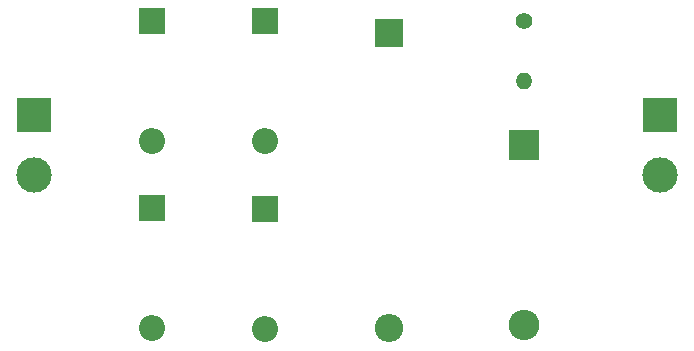
<source format=gbr>
%TF.GenerationSoftware,KiCad,Pcbnew,8.0.6*%
%TF.CreationDate,2024-11-24T22:30:02-06:00*%
%TF.ProjectId,CargadorWalkieTalkie,43617267-6164-46f7-9257-616c6b696554,0.0*%
%TF.SameCoordinates,Original*%
%TF.FileFunction,Soldermask,Top*%
%TF.FilePolarity,Negative*%
%FSLAX46Y46*%
G04 Gerber Fmt 4.6, Leading zero omitted, Abs format (unit mm)*
G04 Created by KiCad (PCBNEW 8.0.6) date 2024-11-24 22:30:02*
%MOMM*%
%LPD*%
G01*
G04 APERTURE LIST*
%ADD10R,2.400000X2.400000*%
%ADD11O,2.400000X2.400000*%
%ADD12R,2.600000X2.600000*%
%ADD13O,2.600000X2.600000*%
%ADD14O,2.200000X2.200000*%
%ADD15R,2.200000X2.200000*%
%ADD16C,1.400000*%
%ADD17O,1.400000X1.400000*%
%ADD18R,3.000000X3.000000*%
%ADD19C,3.000000*%
G04 APERTURE END LIST*
D10*
%TO.C,C1*%
X125500000Y-79000000D03*
D11*
X125500000Y-104000000D03*
%TD*%
D12*
%TO.C,D5*%
X137000000Y-88500000D03*
D13*
X137000000Y-103740000D03*
%TD*%
D14*
%TO.C,D1*%
X105500000Y-88160000D03*
D15*
X105500000Y-78000000D03*
%TD*%
D16*
%TO.C,R1*%
X137000000Y-78000000D03*
D17*
X137000000Y-83080000D03*
%TD*%
D15*
%TO.C,D3*%
X105500000Y-93840000D03*
D14*
X105500000Y-104000000D03*
%TD*%
D15*
%TO.C,D2*%
X115000000Y-78000000D03*
D14*
X115000000Y-88160000D03*
%TD*%
D18*
%TO.C,J2*%
X148500000Y-85920000D03*
D19*
X148500000Y-91000000D03*
%TD*%
D18*
%TO.C,J1*%
X95500000Y-85920000D03*
D19*
X95500000Y-91000000D03*
%TD*%
D15*
%TO.C,D4*%
X115000000Y-93920000D03*
D14*
X115000000Y-104080000D03*
%TD*%
M02*

</source>
